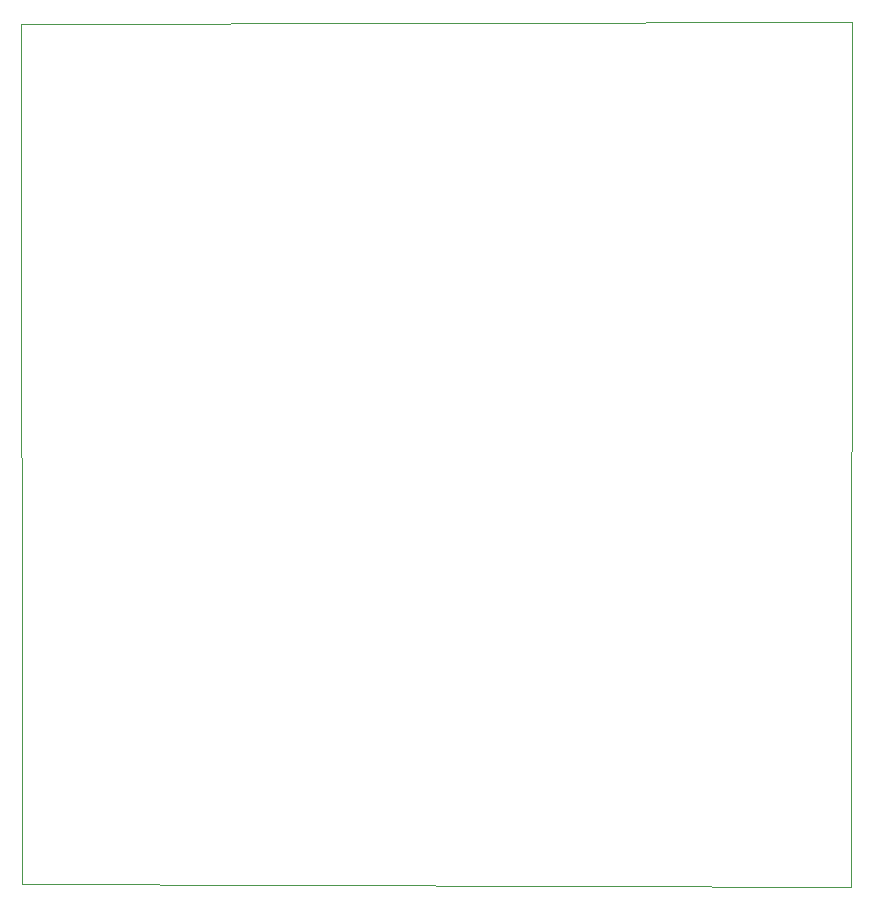
<source format=gbr>
G04 #@! TF.GenerationSoftware,KiCad,Pcbnew,(5.1.0)-1*
G04 #@! TF.CreationDate,2019-05-23T13:16:01+05:30*
G04 #@! TF.ProjectId,typec,74797065-632e-46b6-9963-61645f706362,rev?*
G04 #@! TF.SameCoordinates,Original*
G04 #@! TF.FileFunction,Profile,NP*
%FSLAX46Y46*%
G04 Gerber Fmt 4.6, Leading zero omitted, Abs format (unit mm)*
G04 Created by KiCad (PCBNEW (5.1.0)-1) date 2019-05-23 13:16:01*
%MOMM*%
%LPD*%
G04 APERTURE LIST*
%ADD10C,0.050000*%
G04 APERTURE END LIST*
D10*
X181914800Y-32537400D02*
X111582200Y-32715200D01*
X181838600Y-105816400D02*
X181914800Y-32537400D01*
X111633000Y-105562400D02*
X181838600Y-105816400D01*
X111582200Y-32715200D02*
X111633000Y-105562400D01*
M02*

</source>
